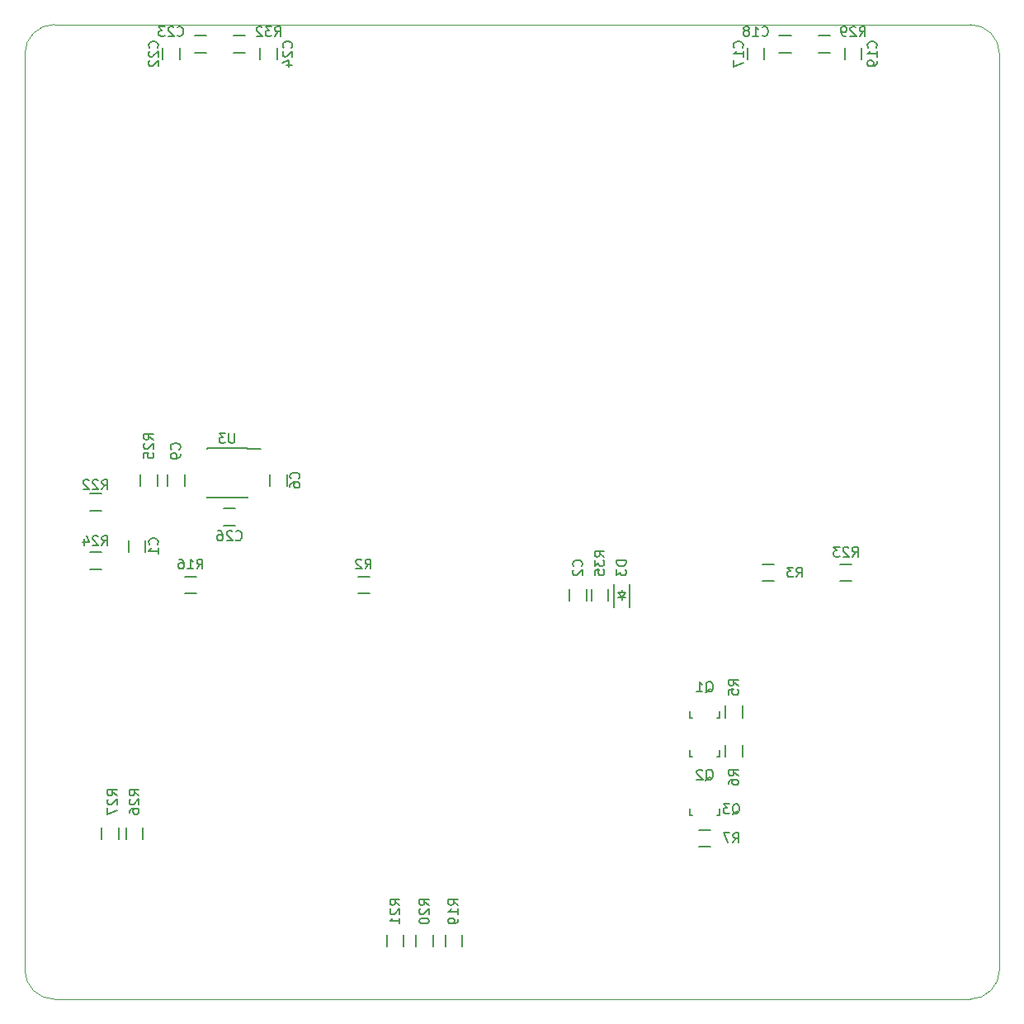
<source format=gbo>
G04 #@! TF.FileFunction,Legend,Bot*
%FSLAX46Y46*%
G04 Gerber Fmt 4.6, Leading zero omitted, Abs format (unit mm)*
G04 Created by KiCad (PCBNEW 0.201506102247+5730~23~ubuntu15.04.1-product) date mar. 23 juin 2015 23:09:00 CEST*
%MOMM*%
G01*
G04 APERTURE LIST*
%ADD10C,0.100000*%
%ADD11C,0.150000*%
%ADD12C,0.200000*%
%ADD13R,1.300000X0.700000*%
%ADD14R,0.700000X1.300000*%
%ADD15R,0.450000X0.590000*%
%ADD16R,2.032000X2.032000*%
%ADD17O,2.032000X2.032000*%
%ADD18C,5.000000*%
%ADD19O,5.001260X2.999740*%
%ADD20R,1.727200X2.032000*%
%ADD21O,1.727200X2.032000*%
%ADD22R,2.032000X1.727200*%
%ADD23O,2.032000X1.727200*%
%ADD24O,1.800860X3.500120*%
%ADD25O,3.500120X1.800860*%
%ADD26O,2.999740X5.001260*%
%ADD27R,2.235200X2.235200*%
%ADD28R,0.800100X0.800100*%
%ADD29R,1.550000X0.600000*%
%ADD30C,1.800000*%
%ADD31C,2.100000*%
G04 APERTURE END LIST*
D10*
X100000000Y-137000000D02*
X100000000Y-43000000D01*
X197000000Y-140000000D02*
X103000000Y-140000000D01*
X200000000Y-43000000D02*
X200000000Y-137000000D01*
X103000000Y-40000000D02*
X197000000Y-40000000D01*
X200000000Y-43000000D02*
G75*
G03X197000000Y-40000000I-3000000J0D01*
G01*
X103000000Y-40000000D02*
G75*
G03X100000000Y-43000000I0J-3000000D01*
G01*
X100000000Y-137000000D02*
G75*
G03X103000000Y-140000000I3000000J0D01*
G01*
X197000000Y-140000000D02*
G75*
G03X200000000Y-137000000I0J3000000D01*
G01*
D11*
X110625000Y-92900000D02*
X110625000Y-94100000D01*
X112375000Y-94100000D02*
X112375000Y-92900000D01*
X157625000Y-99100000D02*
X157625000Y-97900000D01*
X155875000Y-97900000D02*
X155875000Y-99100000D01*
X126875000Y-87350000D02*
X126875000Y-86150000D01*
X125125000Y-86150000D02*
X125125000Y-87350000D01*
X116375000Y-87350000D02*
X116375000Y-86150000D01*
X114625000Y-86150000D02*
X114625000Y-87350000D01*
X174125000Y-42400000D02*
X174125000Y-43600000D01*
X175875000Y-43600000D02*
X175875000Y-42400000D01*
X177400000Y-42875000D02*
X178600000Y-42875000D01*
X178600000Y-41125000D02*
X177400000Y-41125000D01*
X184125000Y-42400000D02*
X184125000Y-43600000D01*
X185875000Y-43600000D02*
X185875000Y-42400000D01*
X114125000Y-42400000D02*
X114125000Y-43600000D01*
X115875000Y-43600000D02*
X115875000Y-42400000D01*
X117400000Y-42875000D02*
X118600000Y-42875000D01*
X118600000Y-41125000D02*
X117400000Y-41125000D01*
X124125000Y-42400000D02*
X124125000Y-43600000D01*
X125875000Y-43600000D02*
X125875000Y-42400000D01*
X121600000Y-89625000D02*
X120400000Y-89625000D01*
X120400000Y-91375000D02*
X121600000Y-91375000D01*
X161250000Y-98250000D02*
X161250000Y-98000000D01*
X161250000Y-98750000D02*
X161250000Y-99000000D01*
X161250000Y-98750000D02*
X161600000Y-98250000D01*
X161600000Y-98250000D02*
X160900000Y-98250000D01*
X160900000Y-98250000D02*
X161250000Y-98750000D01*
X161600000Y-98750000D02*
X160900000Y-98750000D01*
X160450000Y-99800000D02*
X160450000Y-97400000D01*
X162050000Y-99800000D02*
X162050000Y-97400000D01*
X171049160Y-111150240D02*
X171000900Y-111150240D01*
X168250180Y-110449200D02*
X168250180Y-111150240D01*
X168250180Y-111150240D02*
X168499100Y-111150240D01*
X171049160Y-111150240D02*
X171249820Y-111150240D01*
X171249820Y-111150240D02*
X171249820Y-110449200D01*
X171049160Y-115150240D02*
X171000900Y-115150240D01*
X168250180Y-114449200D02*
X168250180Y-115150240D01*
X168250180Y-115150240D02*
X168499100Y-115150240D01*
X171049160Y-115150240D02*
X171249820Y-115150240D01*
X171249820Y-115150240D02*
X171249820Y-114449200D01*
X171049160Y-121150240D02*
X171000900Y-121150240D01*
X168250180Y-120449200D02*
X168250180Y-121150240D01*
X168250180Y-121150240D02*
X168499100Y-121150240D01*
X171049160Y-121150240D02*
X171249820Y-121150240D01*
X171249820Y-121150240D02*
X171249820Y-120449200D01*
X134150000Y-98375000D02*
X135350000Y-98375000D01*
X135350000Y-96625000D02*
X134150000Y-96625000D01*
X176850000Y-95375000D02*
X175650000Y-95375000D01*
X175650000Y-97125000D02*
X176850000Y-97125000D01*
X171875000Y-109900000D02*
X171875000Y-111100000D01*
X173625000Y-111100000D02*
X173625000Y-109900000D01*
X171875000Y-113900000D02*
X171875000Y-115100000D01*
X173625000Y-115100000D02*
X173625000Y-113900000D01*
X170350000Y-122625000D02*
X169150000Y-122625000D01*
X169150000Y-124375000D02*
X170350000Y-124375000D01*
X116400000Y-98375000D02*
X117600000Y-98375000D01*
X117600000Y-96625000D02*
X116400000Y-96625000D01*
X144875000Y-134600000D02*
X144875000Y-133400000D01*
X143125000Y-133400000D02*
X143125000Y-134600000D01*
X141875000Y-134600000D02*
X141875000Y-133400000D01*
X140125000Y-133400000D02*
X140125000Y-134600000D01*
X138875000Y-134600000D02*
X138875000Y-133400000D01*
X137125000Y-133400000D02*
X137125000Y-134600000D01*
X106650000Y-89875000D02*
X107850000Y-89875000D01*
X107850000Y-88125000D02*
X106650000Y-88125000D01*
X183650000Y-97125000D02*
X184850000Y-97125000D01*
X184850000Y-95375000D02*
X183650000Y-95375000D01*
X106650000Y-95875000D02*
X107850000Y-95875000D01*
X107850000Y-94125000D02*
X106650000Y-94125000D01*
X113625000Y-87350000D02*
X113625000Y-86150000D01*
X111875000Y-86150000D02*
X111875000Y-87350000D01*
X110375000Y-122400000D02*
X110375000Y-123600000D01*
X112125000Y-123600000D02*
X112125000Y-122400000D01*
X109625000Y-123600000D02*
X109625000Y-122400000D01*
X107875000Y-122400000D02*
X107875000Y-123600000D01*
X182600000Y-41125000D02*
X181400000Y-41125000D01*
X181400000Y-42875000D02*
X182600000Y-42875000D01*
X122600000Y-41125000D02*
X121400000Y-41125000D01*
X121400000Y-42875000D02*
X122600000Y-42875000D01*
X158125000Y-97900000D02*
X158125000Y-99100000D01*
X159875000Y-99100000D02*
X159875000Y-97900000D01*
X122825000Y-83425000D02*
X122825000Y-83570000D01*
X118675000Y-83425000D02*
X118675000Y-83570000D01*
X118675000Y-88575000D02*
X118675000Y-88430000D01*
X122825000Y-88575000D02*
X122825000Y-88430000D01*
X122825000Y-83425000D02*
X118675000Y-83425000D01*
X122825000Y-88575000D02*
X118675000Y-88575000D01*
X122825000Y-83570000D02*
X124225000Y-83570000D01*
D12*
X113607143Y-93333334D02*
X113654762Y-93285715D01*
X113702381Y-93142858D01*
X113702381Y-93047620D01*
X113654762Y-92904762D01*
X113559524Y-92809524D01*
X113464286Y-92761905D01*
X113273810Y-92714286D01*
X113130952Y-92714286D01*
X112940476Y-92761905D01*
X112845238Y-92809524D01*
X112750000Y-92904762D01*
X112702381Y-93047620D01*
X112702381Y-93142858D01*
X112750000Y-93285715D01*
X112797619Y-93333334D01*
X113702381Y-94285715D02*
X113702381Y-93714286D01*
X113702381Y-94000000D02*
X112702381Y-94000000D01*
X112845238Y-93904762D01*
X112940476Y-93809524D01*
X112988095Y-93714286D01*
X157107143Y-95583334D02*
X157154762Y-95535715D01*
X157202381Y-95392858D01*
X157202381Y-95297620D01*
X157154762Y-95154762D01*
X157059524Y-95059524D01*
X156964286Y-95011905D01*
X156773810Y-94964286D01*
X156630952Y-94964286D01*
X156440476Y-95011905D01*
X156345238Y-95059524D01*
X156250000Y-95154762D01*
X156202381Y-95297620D01*
X156202381Y-95392858D01*
X156250000Y-95535715D01*
X156297619Y-95583334D01*
X156297619Y-95964286D02*
X156250000Y-96011905D01*
X156202381Y-96107143D01*
X156202381Y-96345239D01*
X156250000Y-96440477D01*
X156297619Y-96488096D01*
X156392857Y-96535715D01*
X156488095Y-96535715D01*
X156630952Y-96488096D01*
X157202381Y-95916667D01*
X157202381Y-96535715D01*
X128107143Y-86583334D02*
X128154762Y-86535715D01*
X128202381Y-86392858D01*
X128202381Y-86297620D01*
X128154762Y-86154762D01*
X128059524Y-86059524D01*
X127964286Y-86011905D01*
X127773810Y-85964286D01*
X127630952Y-85964286D01*
X127440476Y-86011905D01*
X127345238Y-86059524D01*
X127250000Y-86154762D01*
X127202381Y-86297620D01*
X127202381Y-86392858D01*
X127250000Y-86535715D01*
X127297619Y-86583334D01*
X127202381Y-87440477D02*
X127202381Y-87250000D01*
X127250000Y-87154762D01*
X127297619Y-87107143D01*
X127440476Y-87011905D01*
X127630952Y-86964286D01*
X128011905Y-86964286D01*
X128107143Y-87011905D01*
X128154762Y-87059524D01*
X128202381Y-87154762D01*
X128202381Y-87345239D01*
X128154762Y-87440477D01*
X128107143Y-87488096D01*
X128011905Y-87535715D01*
X127773810Y-87535715D01*
X127678571Y-87488096D01*
X127630952Y-87440477D01*
X127583333Y-87345239D01*
X127583333Y-87154762D01*
X127630952Y-87059524D01*
X127678571Y-87011905D01*
X127773810Y-86964286D01*
X115857143Y-83583334D02*
X115904762Y-83535715D01*
X115952381Y-83392858D01*
X115952381Y-83297620D01*
X115904762Y-83154762D01*
X115809524Y-83059524D01*
X115714286Y-83011905D01*
X115523810Y-82964286D01*
X115380952Y-82964286D01*
X115190476Y-83011905D01*
X115095238Y-83059524D01*
X115000000Y-83154762D01*
X114952381Y-83297620D01*
X114952381Y-83392858D01*
X115000000Y-83535715D01*
X115047619Y-83583334D01*
X115952381Y-84059524D02*
X115952381Y-84250000D01*
X115904762Y-84345239D01*
X115857143Y-84392858D01*
X115714286Y-84488096D01*
X115523810Y-84535715D01*
X115142857Y-84535715D01*
X115047619Y-84488096D01*
X115000000Y-84440477D01*
X114952381Y-84345239D01*
X114952381Y-84154762D01*
X115000000Y-84059524D01*
X115047619Y-84011905D01*
X115142857Y-83964286D01*
X115380952Y-83964286D01*
X115476190Y-84011905D01*
X115523810Y-84059524D01*
X115571429Y-84154762D01*
X115571429Y-84345239D01*
X115523810Y-84440477D01*
X115476190Y-84488096D01*
X115380952Y-84535715D01*
X173607143Y-42357143D02*
X173654762Y-42309524D01*
X173702381Y-42166667D01*
X173702381Y-42071429D01*
X173654762Y-41928571D01*
X173559524Y-41833333D01*
X173464286Y-41785714D01*
X173273810Y-41738095D01*
X173130952Y-41738095D01*
X172940476Y-41785714D01*
X172845238Y-41833333D01*
X172750000Y-41928571D01*
X172702381Y-42071429D01*
X172702381Y-42166667D01*
X172750000Y-42309524D01*
X172797619Y-42357143D01*
X173702381Y-43309524D02*
X173702381Y-42738095D01*
X173702381Y-43023809D02*
X172702381Y-43023809D01*
X172845238Y-42928571D01*
X172940476Y-42833333D01*
X172988095Y-42738095D01*
X172702381Y-43642857D02*
X172702381Y-44309524D01*
X173702381Y-43880952D01*
X175642857Y-41107143D02*
X175690476Y-41154762D01*
X175833333Y-41202381D01*
X175928571Y-41202381D01*
X176071429Y-41154762D01*
X176166667Y-41059524D01*
X176214286Y-40964286D01*
X176261905Y-40773810D01*
X176261905Y-40630952D01*
X176214286Y-40440476D01*
X176166667Y-40345238D01*
X176071429Y-40250000D01*
X175928571Y-40202381D01*
X175833333Y-40202381D01*
X175690476Y-40250000D01*
X175642857Y-40297619D01*
X174690476Y-41202381D02*
X175261905Y-41202381D01*
X174976191Y-41202381D02*
X174976191Y-40202381D01*
X175071429Y-40345238D01*
X175166667Y-40440476D01*
X175261905Y-40488095D01*
X174119048Y-40630952D02*
X174214286Y-40583333D01*
X174261905Y-40535714D01*
X174309524Y-40440476D01*
X174309524Y-40392857D01*
X174261905Y-40297619D01*
X174214286Y-40250000D01*
X174119048Y-40202381D01*
X173928571Y-40202381D01*
X173833333Y-40250000D01*
X173785714Y-40297619D01*
X173738095Y-40392857D01*
X173738095Y-40440476D01*
X173785714Y-40535714D01*
X173833333Y-40583333D01*
X173928571Y-40630952D01*
X174119048Y-40630952D01*
X174214286Y-40678571D01*
X174261905Y-40726190D01*
X174309524Y-40821429D01*
X174309524Y-41011905D01*
X174261905Y-41107143D01*
X174214286Y-41154762D01*
X174119048Y-41202381D01*
X173928571Y-41202381D01*
X173833333Y-41154762D01*
X173785714Y-41107143D01*
X173738095Y-41011905D01*
X173738095Y-40821429D01*
X173785714Y-40726190D01*
X173833333Y-40678571D01*
X173928571Y-40630952D01*
X187357143Y-42357143D02*
X187404762Y-42309524D01*
X187452381Y-42166667D01*
X187452381Y-42071429D01*
X187404762Y-41928571D01*
X187309524Y-41833333D01*
X187214286Y-41785714D01*
X187023810Y-41738095D01*
X186880952Y-41738095D01*
X186690476Y-41785714D01*
X186595238Y-41833333D01*
X186500000Y-41928571D01*
X186452381Y-42071429D01*
X186452381Y-42166667D01*
X186500000Y-42309524D01*
X186547619Y-42357143D01*
X187452381Y-43309524D02*
X187452381Y-42738095D01*
X187452381Y-43023809D02*
X186452381Y-43023809D01*
X186595238Y-42928571D01*
X186690476Y-42833333D01*
X186738095Y-42738095D01*
X187452381Y-43785714D02*
X187452381Y-43976190D01*
X187404762Y-44071429D01*
X187357143Y-44119048D01*
X187214286Y-44214286D01*
X187023810Y-44261905D01*
X186642857Y-44261905D01*
X186547619Y-44214286D01*
X186500000Y-44166667D01*
X186452381Y-44071429D01*
X186452381Y-43880952D01*
X186500000Y-43785714D01*
X186547619Y-43738095D01*
X186642857Y-43690476D01*
X186880952Y-43690476D01*
X186976190Y-43738095D01*
X187023810Y-43785714D01*
X187071429Y-43880952D01*
X187071429Y-44071429D01*
X187023810Y-44166667D01*
X186976190Y-44214286D01*
X186880952Y-44261905D01*
X113607143Y-42357143D02*
X113654762Y-42309524D01*
X113702381Y-42166667D01*
X113702381Y-42071429D01*
X113654762Y-41928571D01*
X113559524Y-41833333D01*
X113464286Y-41785714D01*
X113273810Y-41738095D01*
X113130952Y-41738095D01*
X112940476Y-41785714D01*
X112845238Y-41833333D01*
X112750000Y-41928571D01*
X112702381Y-42071429D01*
X112702381Y-42166667D01*
X112750000Y-42309524D01*
X112797619Y-42357143D01*
X112797619Y-42738095D02*
X112750000Y-42785714D01*
X112702381Y-42880952D01*
X112702381Y-43119048D01*
X112750000Y-43214286D01*
X112797619Y-43261905D01*
X112892857Y-43309524D01*
X112988095Y-43309524D01*
X113130952Y-43261905D01*
X113702381Y-42690476D01*
X113702381Y-43309524D01*
X112797619Y-43690476D02*
X112750000Y-43738095D01*
X112702381Y-43833333D01*
X112702381Y-44071429D01*
X112750000Y-44166667D01*
X112797619Y-44214286D01*
X112892857Y-44261905D01*
X112988095Y-44261905D01*
X113130952Y-44214286D01*
X113702381Y-43642857D01*
X113702381Y-44261905D01*
X115642857Y-41107143D02*
X115690476Y-41154762D01*
X115833333Y-41202381D01*
X115928571Y-41202381D01*
X116071429Y-41154762D01*
X116166667Y-41059524D01*
X116214286Y-40964286D01*
X116261905Y-40773810D01*
X116261905Y-40630952D01*
X116214286Y-40440476D01*
X116166667Y-40345238D01*
X116071429Y-40250000D01*
X115928571Y-40202381D01*
X115833333Y-40202381D01*
X115690476Y-40250000D01*
X115642857Y-40297619D01*
X115261905Y-40297619D02*
X115214286Y-40250000D01*
X115119048Y-40202381D01*
X114880952Y-40202381D01*
X114785714Y-40250000D01*
X114738095Y-40297619D01*
X114690476Y-40392857D01*
X114690476Y-40488095D01*
X114738095Y-40630952D01*
X115309524Y-41202381D01*
X114690476Y-41202381D01*
X114357143Y-40202381D02*
X113738095Y-40202381D01*
X114071429Y-40583333D01*
X113928571Y-40583333D01*
X113833333Y-40630952D01*
X113785714Y-40678571D01*
X113738095Y-40773810D01*
X113738095Y-41011905D01*
X113785714Y-41107143D01*
X113833333Y-41154762D01*
X113928571Y-41202381D01*
X114214286Y-41202381D01*
X114309524Y-41154762D01*
X114357143Y-41107143D01*
X127357143Y-42357143D02*
X127404762Y-42309524D01*
X127452381Y-42166667D01*
X127452381Y-42071429D01*
X127404762Y-41928571D01*
X127309524Y-41833333D01*
X127214286Y-41785714D01*
X127023810Y-41738095D01*
X126880952Y-41738095D01*
X126690476Y-41785714D01*
X126595238Y-41833333D01*
X126500000Y-41928571D01*
X126452381Y-42071429D01*
X126452381Y-42166667D01*
X126500000Y-42309524D01*
X126547619Y-42357143D01*
X126547619Y-42738095D02*
X126500000Y-42785714D01*
X126452381Y-42880952D01*
X126452381Y-43119048D01*
X126500000Y-43214286D01*
X126547619Y-43261905D01*
X126642857Y-43309524D01*
X126738095Y-43309524D01*
X126880952Y-43261905D01*
X127452381Y-42690476D01*
X127452381Y-43309524D01*
X126785714Y-44166667D02*
X127452381Y-44166667D01*
X126404762Y-43928571D02*
X127119048Y-43690476D01*
X127119048Y-44309524D01*
X121642857Y-92857143D02*
X121690476Y-92904762D01*
X121833333Y-92952381D01*
X121928571Y-92952381D01*
X122071429Y-92904762D01*
X122166667Y-92809524D01*
X122214286Y-92714286D01*
X122261905Y-92523810D01*
X122261905Y-92380952D01*
X122214286Y-92190476D01*
X122166667Y-92095238D01*
X122071429Y-92000000D01*
X121928571Y-91952381D01*
X121833333Y-91952381D01*
X121690476Y-92000000D01*
X121642857Y-92047619D01*
X121261905Y-92047619D02*
X121214286Y-92000000D01*
X121119048Y-91952381D01*
X120880952Y-91952381D01*
X120785714Y-92000000D01*
X120738095Y-92047619D01*
X120690476Y-92142857D01*
X120690476Y-92238095D01*
X120738095Y-92380952D01*
X121309524Y-92952381D01*
X120690476Y-92952381D01*
X119833333Y-91952381D02*
X120023810Y-91952381D01*
X120119048Y-92000000D01*
X120166667Y-92047619D01*
X120261905Y-92190476D01*
X120309524Y-92380952D01*
X120309524Y-92761905D01*
X120261905Y-92857143D01*
X120214286Y-92904762D01*
X120119048Y-92952381D01*
X119928571Y-92952381D01*
X119833333Y-92904762D01*
X119785714Y-92857143D01*
X119738095Y-92761905D01*
X119738095Y-92523810D01*
X119785714Y-92428571D01*
X119833333Y-92380952D01*
X119928571Y-92333333D01*
X120119048Y-92333333D01*
X120214286Y-92380952D01*
X120261905Y-92428571D01*
X120309524Y-92523810D01*
X161702381Y-95011905D02*
X160702381Y-95011905D01*
X160702381Y-95250000D01*
X160750000Y-95392858D01*
X160845238Y-95488096D01*
X160940476Y-95535715D01*
X161130952Y-95583334D01*
X161273810Y-95583334D01*
X161464286Y-95535715D01*
X161559524Y-95488096D01*
X161654762Y-95392858D01*
X161702381Y-95250000D01*
X161702381Y-95011905D01*
X160702381Y-95916667D02*
X160702381Y-96535715D01*
X161083333Y-96202381D01*
X161083333Y-96345239D01*
X161130952Y-96440477D01*
X161178571Y-96488096D01*
X161273810Y-96535715D01*
X161511905Y-96535715D01*
X161607143Y-96488096D01*
X161654762Y-96440477D01*
X161702381Y-96345239D01*
X161702381Y-96059524D01*
X161654762Y-95964286D01*
X161607143Y-95916667D01*
X169845238Y-108547619D02*
X169940476Y-108500000D01*
X170035714Y-108404762D01*
X170178571Y-108261905D01*
X170273810Y-108214286D01*
X170369048Y-108214286D01*
X170321429Y-108452381D02*
X170416667Y-108404762D01*
X170511905Y-108309524D01*
X170559524Y-108119048D01*
X170559524Y-107785714D01*
X170511905Y-107595238D01*
X170416667Y-107500000D01*
X170321429Y-107452381D01*
X170130952Y-107452381D01*
X170035714Y-107500000D01*
X169940476Y-107595238D01*
X169892857Y-107785714D01*
X169892857Y-108119048D01*
X169940476Y-108309524D01*
X170035714Y-108404762D01*
X170130952Y-108452381D01*
X170321429Y-108452381D01*
X168940476Y-108452381D02*
X169511905Y-108452381D01*
X169226191Y-108452381D02*
X169226191Y-107452381D01*
X169321429Y-107595238D01*
X169416667Y-107690476D01*
X169511905Y-107738095D01*
X169845238Y-117547619D02*
X169940476Y-117500000D01*
X170035714Y-117404762D01*
X170178571Y-117261905D01*
X170273810Y-117214286D01*
X170369048Y-117214286D01*
X170321429Y-117452381D02*
X170416667Y-117404762D01*
X170511905Y-117309524D01*
X170559524Y-117119048D01*
X170559524Y-116785714D01*
X170511905Y-116595238D01*
X170416667Y-116500000D01*
X170321429Y-116452381D01*
X170130952Y-116452381D01*
X170035714Y-116500000D01*
X169940476Y-116595238D01*
X169892857Y-116785714D01*
X169892857Y-117119048D01*
X169940476Y-117309524D01*
X170035714Y-117404762D01*
X170130952Y-117452381D01*
X170321429Y-117452381D01*
X169511905Y-116547619D02*
X169464286Y-116500000D01*
X169369048Y-116452381D01*
X169130952Y-116452381D01*
X169035714Y-116500000D01*
X168988095Y-116547619D01*
X168940476Y-116642857D01*
X168940476Y-116738095D01*
X168988095Y-116880952D01*
X169559524Y-117452381D01*
X168940476Y-117452381D01*
X172595238Y-121047619D02*
X172690476Y-121000000D01*
X172785714Y-120904762D01*
X172928571Y-120761905D01*
X173023810Y-120714286D01*
X173119048Y-120714286D01*
X173071429Y-120952381D02*
X173166667Y-120904762D01*
X173261905Y-120809524D01*
X173309524Y-120619048D01*
X173309524Y-120285714D01*
X173261905Y-120095238D01*
X173166667Y-120000000D01*
X173071429Y-119952381D01*
X172880952Y-119952381D01*
X172785714Y-120000000D01*
X172690476Y-120095238D01*
X172642857Y-120285714D01*
X172642857Y-120619048D01*
X172690476Y-120809524D01*
X172785714Y-120904762D01*
X172880952Y-120952381D01*
X173071429Y-120952381D01*
X172309524Y-119952381D02*
X171690476Y-119952381D01*
X172023810Y-120333333D01*
X171880952Y-120333333D01*
X171785714Y-120380952D01*
X171738095Y-120428571D01*
X171690476Y-120523810D01*
X171690476Y-120761905D01*
X171738095Y-120857143D01*
X171785714Y-120904762D01*
X171880952Y-120952381D01*
X172166667Y-120952381D01*
X172261905Y-120904762D01*
X172309524Y-120857143D01*
X134916666Y-95852381D02*
X135250000Y-95376190D01*
X135488095Y-95852381D02*
X135488095Y-94852381D01*
X135107142Y-94852381D01*
X135011904Y-94900000D01*
X134964285Y-94947619D01*
X134916666Y-95042857D01*
X134916666Y-95185714D01*
X134964285Y-95280952D01*
X135011904Y-95328571D01*
X135107142Y-95376190D01*
X135488095Y-95376190D01*
X134535714Y-94947619D02*
X134488095Y-94900000D01*
X134392857Y-94852381D01*
X134154761Y-94852381D01*
X134059523Y-94900000D01*
X134011904Y-94947619D01*
X133964285Y-95042857D01*
X133964285Y-95138095D01*
X134011904Y-95280952D01*
X134583333Y-95852381D01*
X133964285Y-95852381D01*
X179166666Y-96702381D02*
X179500000Y-96226190D01*
X179738095Y-96702381D02*
X179738095Y-95702381D01*
X179357142Y-95702381D01*
X179261904Y-95750000D01*
X179214285Y-95797619D01*
X179166666Y-95892857D01*
X179166666Y-96035714D01*
X179214285Y-96130952D01*
X179261904Y-96178571D01*
X179357142Y-96226190D01*
X179738095Y-96226190D01*
X178833333Y-95702381D02*
X178214285Y-95702381D01*
X178547619Y-96083333D01*
X178404761Y-96083333D01*
X178309523Y-96130952D01*
X178261904Y-96178571D01*
X178214285Y-96273810D01*
X178214285Y-96511905D01*
X178261904Y-96607143D01*
X178309523Y-96654762D01*
X178404761Y-96702381D01*
X178690476Y-96702381D01*
X178785714Y-96654762D01*
X178833333Y-96607143D01*
X173202381Y-107833334D02*
X172726190Y-107500000D01*
X173202381Y-107261905D02*
X172202381Y-107261905D01*
X172202381Y-107642858D01*
X172250000Y-107738096D01*
X172297619Y-107785715D01*
X172392857Y-107833334D01*
X172535714Y-107833334D01*
X172630952Y-107785715D01*
X172678571Y-107738096D01*
X172726190Y-107642858D01*
X172726190Y-107261905D01*
X172202381Y-108738096D02*
X172202381Y-108261905D01*
X172678571Y-108214286D01*
X172630952Y-108261905D01*
X172583333Y-108357143D01*
X172583333Y-108595239D01*
X172630952Y-108690477D01*
X172678571Y-108738096D01*
X172773810Y-108785715D01*
X173011905Y-108785715D01*
X173107143Y-108738096D01*
X173154762Y-108690477D01*
X173202381Y-108595239D01*
X173202381Y-108357143D01*
X173154762Y-108261905D01*
X173107143Y-108214286D01*
X173202381Y-117083334D02*
X172726190Y-116750000D01*
X173202381Y-116511905D02*
X172202381Y-116511905D01*
X172202381Y-116892858D01*
X172250000Y-116988096D01*
X172297619Y-117035715D01*
X172392857Y-117083334D01*
X172535714Y-117083334D01*
X172630952Y-117035715D01*
X172678571Y-116988096D01*
X172726190Y-116892858D01*
X172726190Y-116511905D01*
X172202381Y-117940477D02*
X172202381Y-117750000D01*
X172250000Y-117654762D01*
X172297619Y-117607143D01*
X172440476Y-117511905D01*
X172630952Y-117464286D01*
X173011905Y-117464286D01*
X173107143Y-117511905D01*
X173154762Y-117559524D01*
X173202381Y-117654762D01*
X173202381Y-117845239D01*
X173154762Y-117940477D01*
X173107143Y-117988096D01*
X173011905Y-118035715D01*
X172773810Y-118035715D01*
X172678571Y-117988096D01*
X172630952Y-117940477D01*
X172583333Y-117845239D01*
X172583333Y-117654762D01*
X172630952Y-117559524D01*
X172678571Y-117511905D01*
X172773810Y-117464286D01*
X172666666Y-123952381D02*
X173000000Y-123476190D01*
X173238095Y-123952381D02*
X173238095Y-122952381D01*
X172857142Y-122952381D01*
X172761904Y-123000000D01*
X172714285Y-123047619D01*
X172666666Y-123142857D01*
X172666666Y-123285714D01*
X172714285Y-123380952D01*
X172761904Y-123428571D01*
X172857142Y-123476190D01*
X173238095Y-123476190D01*
X172333333Y-122952381D02*
X171666666Y-122952381D01*
X172095238Y-123952381D01*
X117642857Y-95852381D02*
X117976191Y-95376190D01*
X118214286Y-95852381D02*
X118214286Y-94852381D01*
X117833333Y-94852381D01*
X117738095Y-94900000D01*
X117690476Y-94947619D01*
X117642857Y-95042857D01*
X117642857Y-95185714D01*
X117690476Y-95280952D01*
X117738095Y-95328571D01*
X117833333Y-95376190D01*
X118214286Y-95376190D01*
X116690476Y-95852381D02*
X117261905Y-95852381D01*
X116976191Y-95852381D02*
X116976191Y-94852381D01*
X117071429Y-94995238D01*
X117166667Y-95090476D01*
X117261905Y-95138095D01*
X115833333Y-94852381D02*
X116023810Y-94852381D01*
X116119048Y-94900000D01*
X116166667Y-94947619D01*
X116261905Y-95090476D01*
X116309524Y-95280952D01*
X116309524Y-95661905D01*
X116261905Y-95757143D01*
X116214286Y-95804762D01*
X116119048Y-95852381D01*
X115928571Y-95852381D01*
X115833333Y-95804762D01*
X115785714Y-95757143D01*
X115738095Y-95661905D01*
X115738095Y-95423810D01*
X115785714Y-95328571D01*
X115833333Y-95280952D01*
X115928571Y-95233333D01*
X116119048Y-95233333D01*
X116214286Y-95280952D01*
X116261905Y-95328571D01*
X116309524Y-95423810D01*
X144452381Y-130357143D02*
X143976190Y-130023809D01*
X144452381Y-129785714D02*
X143452381Y-129785714D01*
X143452381Y-130166667D01*
X143500000Y-130261905D01*
X143547619Y-130309524D01*
X143642857Y-130357143D01*
X143785714Y-130357143D01*
X143880952Y-130309524D01*
X143928571Y-130261905D01*
X143976190Y-130166667D01*
X143976190Y-129785714D01*
X144452381Y-131309524D02*
X144452381Y-130738095D01*
X144452381Y-131023809D02*
X143452381Y-131023809D01*
X143595238Y-130928571D01*
X143690476Y-130833333D01*
X143738095Y-130738095D01*
X144452381Y-131785714D02*
X144452381Y-131976190D01*
X144404762Y-132071429D01*
X144357143Y-132119048D01*
X144214286Y-132214286D01*
X144023810Y-132261905D01*
X143642857Y-132261905D01*
X143547619Y-132214286D01*
X143500000Y-132166667D01*
X143452381Y-132071429D01*
X143452381Y-131880952D01*
X143500000Y-131785714D01*
X143547619Y-131738095D01*
X143642857Y-131690476D01*
X143880952Y-131690476D01*
X143976190Y-131738095D01*
X144023810Y-131785714D01*
X144071429Y-131880952D01*
X144071429Y-132071429D01*
X144023810Y-132166667D01*
X143976190Y-132214286D01*
X143880952Y-132261905D01*
X141452381Y-130357143D02*
X140976190Y-130023809D01*
X141452381Y-129785714D02*
X140452381Y-129785714D01*
X140452381Y-130166667D01*
X140500000Y-130261905D01*
X140547619Y-130309524D01*
X140642857Y-130357143D01*
X140785714Y-130357143D01*
X140880952Y-130309524D01*
X140928571Y-130261905D01*
X140976190Y-130166667D01*
X140976190Y-129785714D01*
X140547619Y-130738095D02*
X140500000Y-130785714D01*
X140452381Y-130880952D01*
X140452381Y-131119048D01*
X140500000Y-131214286D01*
X140547619Y-131261905D01*
X140642857Y-131309524D01*
X140738095Y-131309524D01*
X140880952Y-131261905D01*
X141452381Y-130690476D01*
X141452381Y-131309524D01*
X140452381Y-131928571D02*
X140452381Y-132023810D01*
X140500000Y-132119048D01*
X140547619Y-132166667D01*
X140642857Y-132214286D01*
X140833333Y-132261905D01*
X141071429Y-132261905D01*
X141261905Y-132214286D01*
X141357143Y-132166667D01*
X141404762Y-132119048D01*
X141452381Y-132023810D01*
X141452381Y-131928571D01*
X141404762Y-131833333D01*
X141357143Y-131785714D01*
X141261905Y-131738095D01*
X141071429Y-131690476D01*
X140833333Y-131690476D01*
X140642857Y-131738095D01*
X140547619Y-131785714D01*
X140500000Y-131833333D01*
X140452381Y-131928571D01*
X138452381Y-130357143D02*
X137976190Y-130023809D01*
X138452381Y-129785714D02*
X137452381Y-129785714D01*
X137452381Y-130166667D01*
X137500000Y-130261905D01*
X137547619Y-130309524D01*
X137642857Y-130357143D01*
X137785714Y-130357143D01*
X137880952Y-130309524D01*
X137928571Y-130261905D01*
X137976190Y-130166667D01*
X137976190Y-129785714D01*
X137547619Y-130738095D02*
X137500000Y-130785714D01*
X137452381Y-130880952D01*
X137452381Y-131119048D01*
X137500000Y-131214286D01*
X137547619Y-131261905D01*
X137642857Y-131309524D01*
X137738095Y-131309524D01*
X137880952Y-131261905D01*
X138452381Y-130690476D01*
X138452381Y-131309524D01*
X138452381Y-132261905D02*
X138452381Y-131690476D01*
X138452381Y-131976190D02*
X137452381Y-131976190D01*
X137595238Y-131880952D01*
X137690476Y-131785714D01*
X137738095Y-131690476D01*
X107892857Y-87702381D02*
X108226191Y-87226190D01*
X108464286Y-87702381D02*
X108464286Y-86702381D01*
X108083333Y-86702381D01*
X107988095Y-86750000D01*
X107940476Y-86797619D01*
X107892857Y-86892857D01*
X107892857Y-87035714D01*
X107940476Y-87130952D01*
X107988095Y-87178571D01*
X108083333Y-87226190D01*
X108464286Y-87226190D01*
X107511905Y-86797619D02*
X107464286Y-86750000D01*
X107369048Y-86702381D01*
X107130952Y-86702381D01*
X107035714Y-86750000D01*
X106988095Y-86797619D01*
X106940476Y-86892857D01*
X106940476Y-86988095D01*
X106988095Y-87130952D01*
X107559524Y-87702381D01*
X106940476Y-87702381D01*
X106559524Y-86797619D02*
X106511905Y-86750000D01*
X106416667Y-86702381D01*
X106178571Y-86702381D01*
X106083333Y-86750000D01*
X106035714Y-86797619D01*
X105988095Y-86892857D01*
X105988095Y-86988095D01*
X106035714Y-87130952D01*
X106607143Y-87702381D01*
X105988095Y-87702381D01*
X184892857Y-94602381D02*
X185226191Y-94126190D01*
X185464286Y-94602381D02*
X185464286Y-93602381D01*
X185083333Y-93602381D01*
X184988095Y-93650000D01*
X184940476Y-93697619D01*
X184892857Y-93792857D01*
X184892857Y-93935714D01*
X184940476Y-94030952D01*
X184988095Y-94078571D01*
X185083333Y-94126190D01*
X185464286Y-94126190D01*
X184511905Y-93697619D02*
X184464286Y-93650000D01*
X184369048Y-93602381D01*
X184130952Y-93602381D01*
X184035714Y-93650000D01*
X183988095Y-93697619D01*
X183940476Y-93792857D01*
X183940476Y-93888095D01*
X183988095Y-94030952D01*
X184559524Y-94602381D01*
X183940476Y-94602381D01*
X183607143Y-93602381D02*
X182988095Y-93602381D01*
X183321429Y-93983333D01*
X183178571Y-93983333D01*
X183083333Y-94030952D01*
X183035714Y-94078571D01*
X182988095Y-94173810D01*
X182988095Y-94411905D01*
X183035714Y-94507143D01*
X183083333Y-94554762D01*
X183178571Y-94602381D01*
X183464286Y-94602381D01*
X183559524Y-94554762D01*
X183607143Y-94507143D01*
X107892857Y-93452381D02*
X108226191Y-92976190D01*
X108464286Y-93452381D02*
X108464286Y-92452381D01*
X108083333Y-92452381D01*
X107988095Y-92500000D01*
X107940476Y-92547619D01*
X107892857Y-92642857D01*
X107892857Y-92785714D01*
X107940476Y-92880952D01*
X107988095Y-92928571D01*
X108083333Y-92976190D01*
X108464286Y-92976190D01*
X107511905Y-92547619D02*
X107464286Y-92500000D01*
X107369048Y-92452381D01*
X107130952Y-92452381D01*
X107035714Y-92500000D01*
X106988095Y-92547619D01*
X106940476Y-92642857D01*
X106940476Y-92738095D01*
X106988095Y-92880952D01*
X107559524Y-93452381D01*
X106940476Y-93452381D01*
X106083333Y-92785714D02*
X106083333Y-93452381D01*
X106321429Y-92404762D02*
X106559524Y-93119048D01*
X105940476Y-93119048D01*
X113202381Y-82607143D02*
X112726190Y-82273809D01*
X113202381Y-82035714D02*
X112202381Y-82035714D01*
X112202381Y-82416667D01*
X112250000Y-82511905D01*
X112297619Y-82559524D01*
X112392857Y-82607143D01*
X112535714Y-82607143D01*
X112630952Y-82559524D01*
X112678571Y-82511905D01*
X112726190Y-82416667D01*
X112726190Y-82035714D01*
X112297619Y-82988095D02*
X112250000Y-83035714D01*
X112202381Y-83130952D01*
X112202381Y-83369048D01*
X112250000Y-83464286D01*
X112297619Y-83511905D01*
X112392857Y-83559524D01*
X112488095Y-83559524D01*
X112630952Y-83511905D01*
X113202381Y-82940476D01*
X113202381Y-83559524D01*
X112202381Y-84464286D02*
X112202381Y-83988095D01*
X112678571Y-83940476D01*
X112630952Y-83988095D01*
X112583333Y-84083333D01*
X112583333Y-84321429D01*
X112630952Y-84416667D01*
X112678571Y-84464286D01*
X112773810Y-84511905D01*
X113011905Y-84511905D01*
X113107143Y-84464286D01*
X113154762Y-84416667D01*
X113202381Y-84321429D01*
X113202381Y-84083333D01*
X113154762Y-83988095D01*
X113107143Y-83940476D01*
X111702381Y-119107143D02*
X111226190Y-118773809D01*
X111702381Y-118535714D02*
X110702381Y-118535714D01*
X110702381Y-118916667D01*
X110750000Y-119011905D01*
X110797619Y-119059524D01*
X110892857Y-119107143D01*
X111035714Y-119107143D01*
X111130952Y-119059524D01*
X111178571Y-119011905D01*
X111226190Y-118916667D01*
X111226190Y-118535714D01*
X110797619Y-119488095D02*
X110750000Y-119535714D01*
X110702381Y-119630952D01*
X110702381Y-119869048D01*
X110750000Y-119964286D01*
X110797619Y-120011905D01*
X110892857Y-120059524D01*
X110988095Y-120059524D01*
X111130952Y-120011905D01*
X111702381Y-119440476D01*
X111702381Y-120059524D01*
X110702381Y-120916667D02*
X110702381Y-120726190D01*
X110750000Y-120630952D01*
X110797619Y-120583333D01*
X110940476Y-120488095D01*
X111130952Y-120440476D01*
X111511905Y-120440476D01*
X111607143Y-120488095D01*
X111654762Y-120535714D01*
X111702381Y-120630952D01*
X111702381Y-120821429D01*
X111654762Y-120916667D01*
X111607143Y-120964286D01*
X111511905Y-121011905D01*
X111273810Y-121011905D01*
X111178571Y-120964286D01*
X111130952Y-120916667D01*
X111083333Y-120821429D01*
X111083333Y-120630952D01*
X111130952Y-120535714D01*
X111178571Y-120488095D01*
X111273810Y-120440476D01*
X109452381Y-119107143D02*
X108976190Y-118773809D01*
X109452381Y-118535714D02*
X108452381Y-118535714D01*
X108452381Y-118916667D01*
X108500000Y-119011905D01*
X108547619Y-119059524D01*
X108642857Y-119107143D01*
X108785714Y-119107143D01*
X108880952Y-119059524D01*
X108928571Y-119011905D01*
X108976190Y-118916667D01*
X108976190Y-118535714D01*
X108547619Y-119488095D02*
X108500000Y-119535714D01*
X108452381Y-119630952D01*
X108452381Y-119869048D01*
X108500000Y-119964286D01*
X108547619Y-120011905D01*
X108642857Y-120059524D01*
X108738095Y-120059524D01*
X108880952Y-120011905D01*
X109452381Y-119440476D01*
X109452381Y-120059524D01*
X108452381Y-120392857D02*
X108452381Y-121059524D01*
X109452381Y-120630952D01*
X185642857Y-41202381D02*
X185976191Y-40726190D01*
X186214286Y-41202381D02*
X186214286Y-40202381D01*
X185833333Y-40202381D01*
X185738095Y-40250000D01*
X185690476Y-40297619D01*
X185642857Y-40392857D01*
X185642857Y-40535714D01*
X185690476Y-40630952D01*
X185738095Y-40678571D01*
X185833333Y-40726190D01*
X186214286Y-40726190D01*
X185261905Y-40297619D02*
X185214286Y-40250000D01*
X185119048Y-40202381D01*
X184880952Y-40202381D01*
X184785714Y-40250000D01*
X184738095Y-40297619D01*
X184690476Y-40392857D01*
X184690476Y-40488095D01*
X184738095Y-40630952D01*
X185309524Y-41202381D01*
X184690476Y-41202381D01*
X184214286Y-41202381D02*
X184023810Y-41202381D01*
X183928571Y-41154762D01*
X183880952Y-41107143D01*
X183785714Y-40964286D01*
X183738095Y-40773810D01*
X183738095Y-40392857D01*
X183785714Y-40297619D01*
X183833333Y-40250000D01*
X183928571Y-40202381D01*
X184119048Y-40202381D01*
X184214286Y-40250000D01*
X184261905Y-40297619D01*
X184309524Y-40392857D01*
X184309524Y-40630952D01*
X184261905Y-40726190D01*
X184214286Y-40773810D01*
X184119048Y-40821429D01*
X183928571Y-40821429D01*
X183833333Y-40773810D01*
X183785714Y-40726190D01*
X183738095Y-40630952D01*
X125642857Y-41202381D02*
X125976191Y-40726190D01*
X126214286Y-41202381D02*
X126214286Y-40202381D01*
X125833333Y-40202381D01*
X125738095Y-40250000D01*
X125690476Y-40297619D01*
X125642857Y-40392857D01*
X125642857Y-40535714D01*
X125690476Y-40630952D01*
X125738095Y-40678571D01*
X125833333Y-40726190D01*
X126214286Y-40726190D01*
X125309524Y-40202381D02*
X124690476Y-40202381D01*
X125023810Y-40583333D01*
X124880952Y-40583333D01*
X124785714Y-40630952D01*
X124738095Y-40678571D01*
X124690476Y-40773810D01*
X124690476Y-41011905D01*
X124738095Y-41107143D01*
X124785714Y-41154762D01*
X124880952Y-41202381D01*
X125166667Y-41202381D01*
X125261905Y-41154762D01*
X125309524Y-41107143D01*
X124309524Y-40297619D02*
X124261905Y-40250000D01*
X124166667Y-40202381D01*
X123928571Y-40202381D01*
X123833333Y-40250000D01*
X123785714Y-40297619D01*
X123738095Y-40392857D01*
X123738095Y-40488095D01*
X123785714Y-40630952D01*
X124357143Y-41202381D01*
X123738095Y-41202381D01*
X159452381Y-94607143D02*
X158976190Y-94273809D01*
X159452381Y-94035714D02*
X158452381Y-94035714D01*
X158452381Y-94416667D01*
X158500000Y-94511905D01*
X158547619Y-94559524D01*
X158642857Y-94607143D01*
X158785714Y-94607143D01*
X158880952Y-94559524D01*
X158928571Y-94511905D01*
X158976190Y-94416667D01*
X158976190Y-94035714D01*
X158452381Y-94940476D02*
X158452381Y-95559524D01*
X158833333Y-95226190D01*
X158833333Y-95369048D01*
X158880952Y-95464286D01*
X158928571Y-95511905D01*
X159023810Y-95559524D01*
X159261905Y-95559524D01*
X159357143Y-95511905D01*
X159404762Y-95464286D01*
X159452381Y-95369048D01*
X159452381Y-95083333D01*
X159404762Y-94988095D01*
X159357143Y-94940476D01*
X158452381Y-96464286D02*
X158452381Y-95988095D01*
X158928571Y-95940476D01*
X158880952Y-95988095D01*
X158833333Y-96083333D01*
X158833333Y-96321429D01*
X158880952Y-96416667D01*
X158928571Y-96464286D01*
X159023810Y-96511905D01*
X159261905Y-96511905D01*
X159357143Y-96464286D01*
X159404762Y-96416667D01*
X159452381Y-96321429D01*
X159452381Y-96083333D01*
X159404762Y-95988095D01*
X159357143Y-95940476D01*
X121511905Y-81952381D02*
X121511905Y-82761905D01*
X121464286Y-82857143D01*
X121416667Y-82904762D01*
X121321429Y-82952381D01*
X121130952Y-82952381D01*
X121035714Y-82904762D01*
X120988095Y-82857143D01*
X120940476Y-82761905D01*
X120940476Y-81952381D01*
X120559524Y-81952381D02*
X119940476Y-81952381D01*
X120273810Y-82333333D01*
X120130952Y-82333333D01*
X120035714Y-82380952D01*
X119988095Y-82428571D01*
X119940476Y-82523810D01*
X119940476Y-82761905D01*
X119988095Y-82857143D01*
X120035714Y-82904762D01*
X120130952Y-82952381D01*
X120416667Y-82952381D01*
X120511905Y-82904762D01*
X120559524Y-82857143D01*
%LPC*%
D13*
X111500000Y-94450000D03*
X111500000Y-92550000D03*
X156750000Y-97550000D03*
X156750000Y-99450000D03*
X126000000Y-85800000D03*
X126000000Y-87700000D03*
X115500000Y-85800000D03*
X115500000Y-87700000D03*
X175000000Y-43950000D03*
X175000000Y-42050000D03*
D14*
X178950000Y-42000000D03*
X177050000Y-42000000D03*
D13*
X185000000Y-43950000D03*
X185000000Y-42050000D03*
X115000000Y-43950000D03*
X115000000Y-42050000D03*
D14*
X118950000Y-42000000D03*
X117050000Y-42000000D03*
D13*
X125000000Y-43950000D03*
X125000000Y-42050000D03*
D14*
X120050000Y-90500000D03*
X121950000Y-90500000D03*
D15*
X161250000Y-99555000D03*
X161250000Y-97445000D03*
D16*
X176250000Y-105000000D03*
D17*
X176250000Y-102460000D03*
D16*
X180750000Y-105000000D03*
D17*
X180750000Y-102460000D03*
D16*
X124250000Y-127500000D03*
D17*
X124250000Y-130040000D03*
D18*
X103000000Y-137000000D03*
X103000000Y-43000000D03*
X197000000Y-137000000D03*
X197000000Y-43000000D03*
D19*
X194000000Y-124981200D03*
X194000000Y-121018800D03*
X194000000Y-115981200D03*
X194000000Y-112018800D03*
D20*
X175750000Y-110500000D03*
D21*
X178290000Y-110500000D03*
X180830000Y-110500000D03*
D20*
X175750000Y-114500000D03*
D21*
X178290000Y-114500000D03*
X180830000Y-114500000D03*
D22*
X102750000Y-102000000D03*
D23*
X102750000Y-104540000D03*
X102750000Y-107080000D03*
X102750000Y-109620000D03*
X102750000Y-112160000D03*
D19*
X194000000Y-106981200D03*
X194000000Y-103018800D03*
D20*
X124000000Y-102000000D03*
D21*
X121460000Y-102000000D03*
X118920000Y-102000000D03*
X116380000Y-102000000D03*
X113840000Y-102000000D03*
X111300000Y-102000000D03*
D24*
X154730000Y-136000000D03*
X157270000Y-136000000D03*
X161730000Y-136000000D03*
X164270000Y-136000000D03*
D25*
X163500000Y-123330000D03*
X163500000Y-120790000D03*
X163500000Y-118250000D03*
X163500000Y-115710000D03*
X163500000Y-113170000D03*
D24*
X133920000Y-103000000D03*
X136460000Y-103000000D03*
X139000000Y-103000000D03*
X141540000Y-103000000D03*
X144080000Y-103000000D03*
D26*
X181981200Y-46000000D03*
X178018800Y-46000000D03*
X121981200Y-46000000D03*
X118018800Y-46000000D03*
D24*
X110940000Y-136000000D03*
X113480000Y-136000000D03*
X116020000Y-136000000D03*
X118560000Y-136000000D03*
D25*
X104000000Y-78190000D03*
X104000000Y-80730000D03*
X104000000Y-83270000D03*
X104000000Y-85810000D03*
D24*
X168810000Y-44000000D03*
X166270000Y-44000000D03*
X163730000Y-44000000D03*
X161190000Y-44000000D03*
D25*
X196000000Y-85810000D03*
X196000000Y-83270000D03*
X196000000Y-80730000D03*
X196000000Y-78190000D03*
D24*
X138810000Y-44000000D03*
X136270000Y-44000000D03*
X133730000Y-44000000D03*
X131190000Y-44000000D03*
D22*
X116750000Y-120500000D03*
D23*
X116750000Y-117960000D03*
X116750000Y-115420000D03*
X116750000Y-112880000D03*
X116750000Y-110340000D03*
X116750000Y-107800000D03*
D25*
X104000000Y-116650000D03*
X104000000Y-119190000D03*
X104000000Y-121730000D03*
X104000000Y-124270000D03*
X104000000Y-126810000D03*
X104000000Y-129350000D03*
D24*
X147730000Y-136000000D03*
X150270000Y-136000000D03*
D27*
X146000000Y-109000000D03*
X150000000Y-109000000D03*
X155750000Y-118250000D03*
D28*
X168800000Y-109499240D03*
X170700000Y-109499240D03*
X169750000Y-111498220D03*
X168800000Y-113499240D03*
X170700000Y-113499240D03*
X169750000Y-115498220D03*
X168800000Y-119499240D03*
X170700000Y-119499240D03*
X169750000Y-121498220D03*
D14*
X135700000Y-97500000D03*
X133800000Y-97500000D03*
X175300000Y-96250000D03*
X177200000Y-96250000D03*
D13*
X172750000Y-111450000D03*
X172750000Y-109550000D03*
X172750000Y-115450000D03*
X172750000Y-113550000D03*
D14*
X168800000Y-123500000D03*
X170700000Y-123500000D03*
X117950000Y-97500000D03*
X116050000Y-97500000D03*
D13*
X144000000Y-133050000D03*
X144000000Y-134950000D03*
X141000000Y-133050000D03*
X141000000Y-134950000D03*
X138000000Y-133050000D03*
X138000000Y-134950000D03*
D14*
X108200000Y-89000000D03*
X106300000Y-89000000D03*
X185200000Y-96250000D03*
X183300000Y-96250000D03*
X108200000Y-95000000D03*
X106300000Y-95000000D03*
D13*
X112750000Y-85800000D03*
X112750000Y-87700000D03*
X111250000Y-123950000D03*
X111250000Y-122050000D03*
X108750000Y-122050000D03*
X108750000Y-123950000D03*
D14*
X181050000Y-42000000D03*
X182950000Y-42000000D03*
X121050000Y-42000000D03*
X122950000Y-42000000D03*
D13*
X159000000Y-99450000D03*
X159000000Y-97550000D03*
D29*
X123450000Y-84095000D03*
X123450000Y-85365000D03*
X123450000Y-86635000D03*
X123450000Y-87905000D03*
X118050000Y-87905000D03*
X118050000Y-86635000D03*
X118050000Y-85365000D03*
X118050000Y-84095000D03*
D30*
X177750000Y-119500000D03*
X175250000Y-119500000D03*
X180250000Y-119500000D03*
X177750000Y-125500000D03*
X175250000Y-125500000D03*
X180250000Y-125500000D03*
D31*
X111535000Y-78475000D03*
X111535000Y-97525000D03*
X124225000Y-97525000D03*
X127415000Y-97525000D03*
X130585000Y-97525000D03*
X146465000Y-97525000D03*
X146465000Y-78475000D03*
X153535000Y-78475000D03*
X153535000Y-97525000D03*
X166225000Y-97525000D03*
X169415000Y-97525000D03*
X172585000Y-97525000D03*
X188465000Y-97525000D03*
X188465000Y-78475000D03*
M02*

</source>
